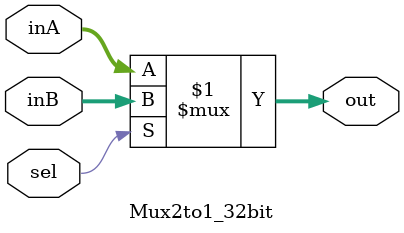
<source format=v>
`timescale 1ns/100ps
module Mux2to1_32bit (inA, inB, sel, out);
input [31:0] inA, inB;
input sel;
output [31:0] out;

assign out = sel ? inB : inA;

endmodule


</source>
